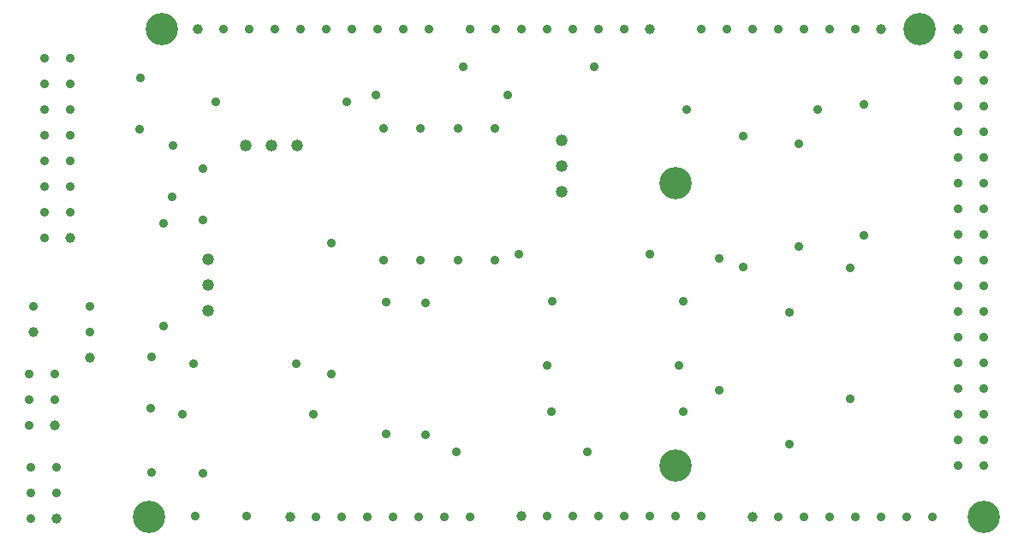
<source format=gbr>
G04 Generated by Ultiboard 14.0 *
%FSLAX34Y34*%
%MOMM*%

%ADD11C,3.2000*%
%ADD12C,0.8890*%
%ADD13C,0.9949*%
%ADD14C,0.9000*%
%ADD15C,1.1810*%


G04 ColorRGB 000000 for the following layer *
%LNDrill-Copper Top-Copper Bottom*%
%LPD*%
G54D11*
X152400Y508000D03*
X901700Y508000D03*
X965200Y25400D03*
X660400Y76200D03*
X139700Y25400D03*
X660400Y355600D03*
G54D12*
X939800Y279654D03*
X939800Y432054D03*
X939800Y482854D03*
X939800Y457454D03*
X939800Y355854D03*
X939800Y381254D03*
X939800Y406654D03*
X939800Y305054D03*
X939800Y330454D03*
X939800Y101854D03*
X939800Y228854D03*
X939800Y254254D03*
X939800Y203454D03*
X939800Y152654D03*
X939800Y178054D03*
X939800Y127254D03*
X939800Y76454D03*
X965200Y279654D03*
X965200Y432054D03*
X965200Y508254D03*
X965200Y482854D03*
X965200Y457454D03*
X965200Y355854D03*
X965200Y381254D03*
X965200Y406654D03*
X965200Y305054D03*
X965200Y330454D03*
X965200Y101854D03*
X965200Y228854D03*
X965200Y254254D03*
X965200Y203454D03*
X965200Y152654D03*
X965200Y178054D03*
X965200Y127254D03*
X965200Y76454D03*
X264160Y508000D03*
X238760Y508000D03*
X213360Y508000D03*
X314960Y508000D03*
X289560Y508000D03*
X340360Y508000D03*
X391160Y508000D03*
X365760Y508000D03*
X416560Y508000D03*
X457200Y508000D03*
X584200Y508000D03*
X609600Y508000D03*
X558800Y508000D03*
X508000Y508000D03*
X533400Y508000D03*
X482600Y508000D03*
X685800Y508000D03*
X812800Y508000D03*
X838200Y508000D03*
X787400Y508000D03*
X736600Y508000D03*
X762000Y508000D03*
X711200Y508000D03*
X457200Y25400D03*
X330200Y25400D03*
X304800Y25400D03*
X355600Y25400D03*
X406400Y25400D03*
X381000Y25400D03*
X431800Y25400D03*
X685800Y25908D03*
X558800Y25908D03*
X533400Y25908D03*
X584200Y25908D03*
X635000Y25908D03*
X609600Y25908D03*
X660400Y25908D03*
X914400Y25400D03*
X787400Y25400D03*
X762000Y25400D03*
X812800Y25400D03*
X863600Y25400D03*
X838200Y25400D03*
X889000Y25400D03*
X25908Y233172D03*
X81534Y208026D03*
X81534Y233426D03*
X36576Y301244D03*
X61976Y402844D03*
X61976Y352044D03*
X61976Y326644D03*
X61976Y377444D03*
X61976Y479044D03*
X61976Y428244D03*
X61976Y453644D03*
X36576Y453644D03*
X36576Y377444D03*
X36576Y326644D03*
X36576Y352044D03*
X36576Y428244D03*
X36576Y402844D03*
X36576Y479044D03*
X23368Y23368D03*
X23368Y74168D03*
X48768Y74168D03*
X23368Y48768D03*
X48768Y48768D03*
X21082Y115570D03*
X21082Y166370D03*
X46482Y166370D03*
X21082Y140970D03*
X46482Y140970D03*
G54D13*
X939800Y508254D03*
X187960Y508000D03*
X635000Y508000D03*
X863600Y508000D03*
X279400Y25400D03*
X508000Y25908D03*
X736600Y25400D03*
X25908Y207772D03*
X81534Y182626D03*
X61976Y301244D03*
X48768Y23368D03*
X46482Y115570D03*
G54D14*
X154042Y214422D03*
X154042Y316022D03*
X846582Y433530D03*
X846582Y303530D03*
X782320Y394462D03*
X782320Y292862D03*
X833120Y271986D03*
X833120Y141986D03*
X193548Y370078D03*
X193048Y319278D03*
X505254Y284988D03*
X635254Y284988D03*
X481948Y409292D03*
X481948Y279292D03*
X445288Y409292D03*
X445288Y279292D03*
X408628Y409292D03*
X408628Y279292D03*
X371968Y409292D03*
X371968Y279292D03*
X703326Y150924D03*
X703326Y280924D03*
X533956Y175006D03*
X663956Y175006D03*
X668226Y239014D03*
X538226Y239014D03*
X727456Y402288D03*
X727456Y272288D03*
X772922Y227282D03*
X772922Y97282D03*
X320320Y296296D03*
X320320Y166296D03*
X671370Y428498D03*
X801370Y428498D03*
X163576Y392684D03*
X163076Y341884D03*
X130556Y408940D03*
X131056Y459740D03*
X285750Y176530D03*
X184150Y176530D03*
X302720Y127254D03*
X172720Y127254D03*
X185420Y26416D03*
X236220Y25916D03*
X142494Y69342D03*
X193294Y68842D03*
X142240Y183388D03*
X141740Y132588D03*
X538020Y129540D03*
X668020Y129540D03*
X374396Y237442D03*
X374396Y107442D03*
X413258Y236680D03*
X413258Y106680D03*
X580476Y470470D03*
X450476Y470470D03*
X443532Y89662D03*
X573532Y89662D03*
X335486Y435864D03*
X205486Y435864D03*
X364284Y442468D03*
X494284Y442468D03*
G54D15*
X198118Y229682D03*
X198118Y255082D03*
X198118Y280482D03*
X286258Y392430D03*
X260858Y392430D03*
X235458Y392430D03*
X548132Y346710D03*
X548132Y372110D03*
X548132Y397510D03*

M02*

</source>
